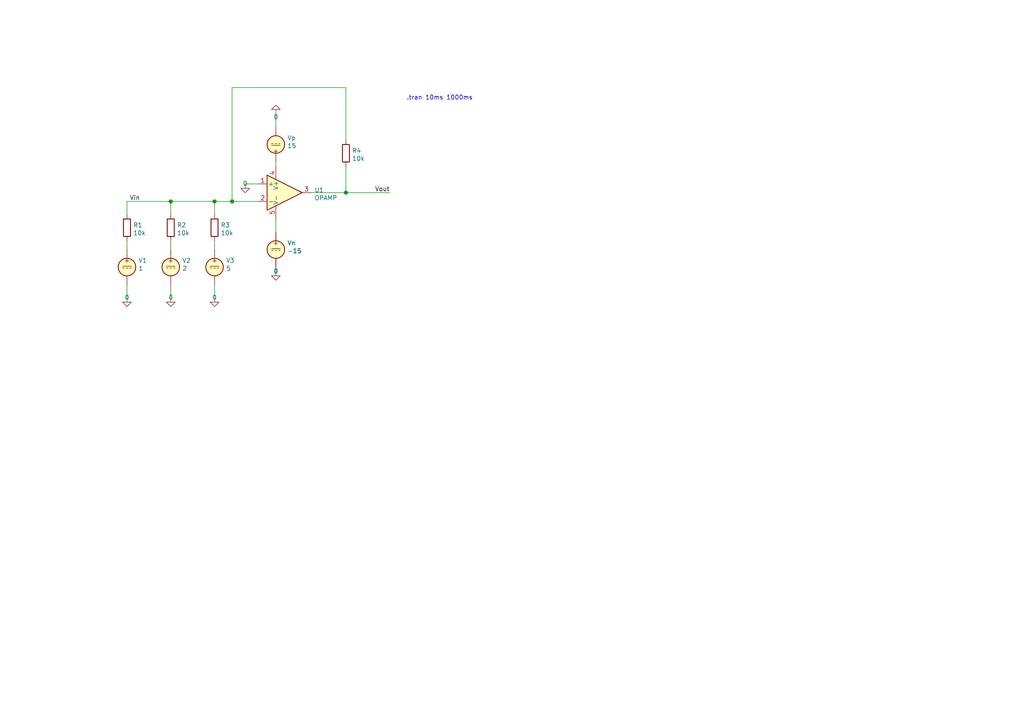
<source format=kicad_sch>
(kicad_sch (version 20210406) (generator eeschema)
  (paper "A4")
  (lib_symbols
    (symbol "Device:R" (pin_numbers hide) (pin_names (offset 0))
      (property "Reference" "R" (at 2.032 0 90))
      (property "Value" "R" (at 0 0 90))
      (symbol "R_0_1"
        (rectangle (start -1.016 -2.54) (end 1.016 2.54) (stroke (width 0.254)))
      )
      (symbol "R_1_1"
        (pin passive line (at 0 3.81 270) (length 1.27) (name "~") (number "1"))
        (pin passive line (at 0 -3.81 90) (length 1.27) (name "~") (number "2"))
      )
    )
    (symbol "Simulation_SPICE:VDC" (pin_numbers hide) (pin_names (offset 0.0254))
      (property "Reference" "V" (at 2.54 2.54 0))
      (property "Value" "VDC" (at 2.54 0 0))
      (property "Spice_Model" "dc(1)" (at 2.54 -2.54 0))
      (symbol "VDC_0_0"
        (text "+" (at 0 1.905 0) (effects (font (size 1.27 1.27))))
        (polyline (pts (xy -1.27 0.254) (xy 1.27 0.254)))
        (polyline (pts (xy -0.762 -0.254) (xy -1.27 -0.254)))
        (polyline (pts (xy 0.254 -0.254) (xy -0.254 -0.254)))
        (polyline (pts (xy 1.27 -0.254) (xy 0.762 -0.254)))
      )
      (symbol "VDC_0_1"
        (circle (center 0 0) (radius 2.54) (stroke (width 0.254)) (fill (type background)))
      )
      (symbol "VDC_1_1"
        (pin passive line (at 0 5.08 270) (length 2.54) (name "~") (number "1"))
        (pin passive line (at 0 -5.08 90) (length 2.54) (name "~") (number "2"))
      )
    )
    (symbol "pspice:0" (power) (pin_names (offset 0))
      (property "Value" "0" (at 0 -1.778 0))
      (symbol "0_0_1"
        (polyline (pts (xy -1.27 0) (xy 0 -1.27) (xy 1.27 0) (xy -1.27 0)))
      )
      (symbol "0_1_1"
        (pin power_in line (at 0 0 0) (length 0) hide (name "0") (number "1"))
      )
    )
    (symbol "pspice:OPAMP" (pin_names (offset 0.254))
      (property "Reference" "U" (at 3.81 3.175 0))
      (property "Value" "OPAMP" (at 3.81 -3.175 0))
      (symbol "OPAMP_0_1"
        (polyline (pts (xy 5.08 0) (xy -5.08 5.08) (xy -5.08 -5.08) (xy 5.08 0)) (stroke (width 0.254)) (fill (type background)))
      )
      (symbol "OPAMP_1_1"
        (pin input line (at -7.62 2.54 0) (length 2.54) (name "+") (number "1"))
        (pin input line (at -7.62 -2.54 0) (length 2.54) (name "-") (number "2"))
        (pin output line (at 7.62 0 180) (length 2.54) (name "~") (number "3"))
        (pin power_in line (at -2.54 7.62 270) (length 3.81) (name "V+") (number "4"))
        (pin power_in line (at -2.54 -7.62 90) (length 3.81) (name "V-") (number "5"))
      )
    )
  )
  (junction (at 49.53 58.42) (diameter 1.016))
  (junction (at 62.23 58.42) (diameter 1.016))
  (junction (at 67.31 58.42) (diameter 1.016))
  (junction (at 100.33 55.88) (diameter 1.016))
  (wire (pts (xy 36.83 58.42) (xy 36.83 62.23)))
  (wire (pts (xy 36.83 69.85) (xy 36.83 72.39)))
  (wire (pts (xy 36.83 82.55) (xy 36.83 87.63)))
  (wire (pts (xy 49.53 58.42) (xy 36.83 58.42)))
  (wire (pts (xy 49.53 58.42) (xy 49.53 62.23)))
  (wire (pts (xy 49.53 69.85) (xy 49.53 72.39)))
  (wire (pts (xy 49.53 82.55) (xy 49.53 87.63)))
  (wire (pts (xy 62.23 58.42) (xy 49.53 58.42)))
  (wire (pts (xy 62.23 58.42) (xy 62.23 62.23)))
  (wire (pts (xy 62.23 69.85) (xy 62.23 72.39)))
  (wire (pts (xy 62.23 82.55) (xy 62.23 87.63)))
  (wire (pts (xy 67.31 25.4) (xy 67.31 58.42)))
  (wire (pts (xy 67.31 58.42) (xy 62.23 58.42)))
  (wire (pts (xy 71.12 53.34) (xy 74.93 53.34)))
  (wire (pts (xy 71.12 54.61) (xy 71.12 53.34)))
  (wire (pts (xy 74.93 58.42) (xy 67.31 58.42)))
  (wire (pts (xy 80.01 31.75) (xy 80.01 36.83)))
  (wire (pts (xy 80.01 46.99) (xy 80.01 48.26)))
  (wire (pts (xy 80.01 63.5) (xy 80.01 67.31)))
  (wire (pts (xy 80.01 77.47) (xy 80.01 80.01)))
  (wire (pts (xy 90.17 55.88) (xy 100.33 55.88)))
  (wire (pts (xy 100.33 25.4) (xy 67.31 25.4)))
  (wire (pts (xy 100.33 40.64) (xy 100.33 25.4)))
  (wire (pts (xy 100.33 55.88) (xy 100.33 48.26)))
  (wire (pts (xy 100.33 55.88) (xy 113.03 55.88)))
  (text ".tran 10ms 1000ms\n" (at 137.16 29.21 180) (effects (font (size 1.27 1.27)) (justify right bottom)))
  (label "Vin" (at 40.64 58.42 180))
  (label "Vout" (at 113.03 55.88 180))
  (symbol (lib_id "pspice:0") (at 36.83 87.63 0) (unit 1)
    (property "Reference" "#GND?" (effects hide))
    (property "Value" "0" (at 36.83 86.2416 0))
  )
  (symbol (lib_id "pspice:0") (at 49.53 87.63 0) (unit 1)
    (property "Reference" "#GND?" (effects hide))
    (property "Value" "0" (at 49.53 86.2416 0))
  )
  (symbol (lib_id "pspice:0") (at 62.23 87.63 0) (unit 1)
    (property "Reference" "#GND?" (effects hide))
    (property "Value" "0" (at 62.23 86.2416 0))
  )
  (symbol (lib_id "pspice:0") (at 71.12 54.61 0) (unit 1)
    (property "Reference" "#GND?" (effects hide))
    (property "Value" "0" (at 71.12 53.2216 0))
  )
  (symbol (lib_id "pspice:0") (at 80.01 31.75 180) (unit 1)
    (property "Reference" "#GND?" (effects hide))
    (property "Value" "0" (at 80.01 33.9154 0))
  )
  (symbol (lib_id "pspice:0") (at 80.01 80.01 0) (unit 1)
    (property "Reference" "#GND?" (effects hide))
    (property "Value" "0" (at 80.01 78.6216 0))
  )
  (symbol (lib_id "Device:R") (at 36.83 66.04 0) (unit 1)
    (property "Reference" "R1" (at 38.6081 65.2791 0) (effects (justify left)))
    (property "Value" "10k" (at 38.6081 67.5778 0) (effects (justify left)))
  )
  (symbol (lib_id "Device:R") (at 49.53 66.04 0) (unit 1)
    (property "Reference" "R2" (at 51.3081 65.2791 0) (effects (justify left)))
    (property "Value" "10k" (at 51.3081 67.5778 0) (effects (justify left)))
  )
  (symbol (lib_id "Device:R") (at 62.23 66.04 0) (unit 1)
    (property "Reference" "R3" (at 64.0081 65.2791 0) (effects (justify left)))
    (property "Value" "10k" (at 64.0081 67.5778 0) (effects (justify left)))
  )
  (symbol (lib_id "Device:R") (at 100.33 44.45 0) (unit 1)
    (property "Reference" "R4" (at 102.1081 43.6891 0) (effects (justify left)))
    (property "Value" "10k" (at 102.1081 45.9878 0) (effects (justify left)))
  )
  (symbol (lib_id "Simulation_SPICE:VDC") (at 36.83 77.47 0) (unit 1)
    (property "Reference" "V1" (at 40.1321 75.5598 0) (effects (justify left)))
    (property "Value" "VDC" (at 40.1321 77.8585 0) (effects (justify left)))
    (property "Spice_Netlist_Enabled" "Y" (effects hide))
    (property "Spice_Primitive" "V" (effects hide))
    (property "Spice_Model" "dc(1)" (at 40.1321 80.1572 0) (effects (justify left)))
  )
  (symbol (lib_id "Simulation_SPICE:VDC") (at 49.53 77.47 0) (unit 1)
    (property "Reference" "V2" (at 52.8321 75.5598 0) (effects (justify left)))
    (property "Value" "VDC" (at 52.8321 77.8585 0) (effects (justify left)))
    (property "Spice_Netlist_Enabled" "Y" (effects hide))
    (property "Spice_Primitive" "V" (effects hide))
    (property "Spice_Model" "dc(2)" (at 52.8321 80.1572 0) (effects (justify left)))
  )
  (symbol (lib_id "Simulation_SPICE:VDC") (at 62.23 77.47 0) (unit 1)
    (property "Reference" "V3" (at 65.5321 75.5598 0) (effects (justify left)))
    (property "Value" "VDC" (at 65.5321 77.8585 0) (effects (justify left)))
    (property "Spice_Netlist_Enabled" "Y" (effects hide))
    (property "Spice_Primitive" "V" (effects hide))
    (property "Spice_Model" "dc(5)" (at 65.5321 80.1572 0) (effects (justify left)))
  )
  (symbol (lib_id "Simulation_SPICE:VDC") (at 80.01 41.91 180) (unit 1)
    (property "Reference" "Vp" (at 83.3121 39.9998 0) (effects (justify right)))
    (property "Value" "VDC" (at 83.3121 42.2985 0) (effects (justify right)))
    (property "Spice_Netlist_Enabled" "Y" (effects hide))
    (property "Spice_Primitive" "V" (effects hide))
    (property "Spice_Model" "dc(15)" (at 83.3121 44.5972 0) (effects (justify right)))
  )
  (symbol (lib_id "Simulation_SPICE:VDC") (at 80.01 72.39 0) (unit 1)
    (property "Reference" "Vn" (at 83.3121 70.4798 0) (effects (justify left)))
    (property "Value" "VDC" (at 83.3121 72.7785 0) (effects (justify left)))
    (property "Spice_Netlist_Enabled" "Y" (effects hide))
    (property "Spice_Primitive" "V" (effects hide))
    (property "Spice_Model" "dc(-15)" (at 83.3121 75.0772 0) (effects (justify left)))
  )
  (symbol (lib_id "pspice:OPAMP") (at 82.55 55.88 0) (unit 1)
    (property "Reference" "U1" (at 91.1861 55.1191 0) (effects (justify left)))
    (property "Value" "OPAMP" (at 91.1861 57.4178 0) (effects (justify left)))
    (property "Spice_Primitive" "X" (effects hide))
    (property "Spice_Model" "uopamp_lvl2" (effects hide))
    (property "Spice_Netlist_Enabled" "Y" (effects hide))
    (property "Spice_Node_Sequence" "1 2 4 5 3" (effects hide))
    (property "Spice_Lib_File" "/home/zhakl/Documents/KiCad/ngspice libraries/uopamp_v1.1.lib" (effects hide))
  )
)
</source>
